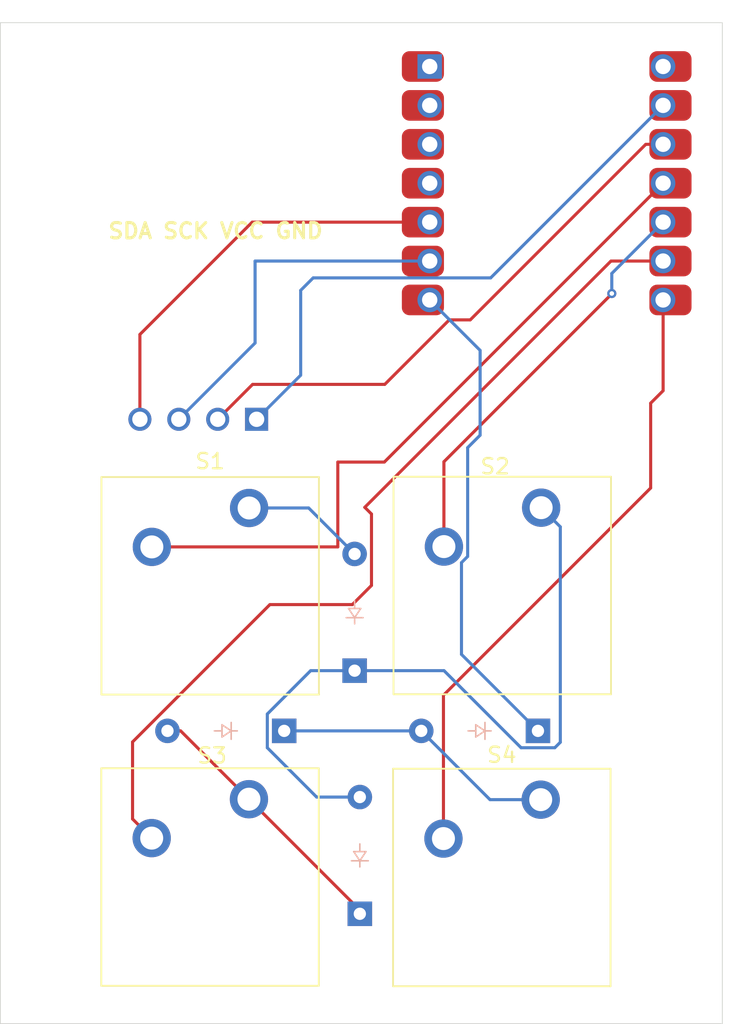
<source format=kicad_pcb>
(kicad_pcb (version 20241229) (generator "pcbnew") (generator_version "9.0")
  (layers (0 "F.Cu" signal) (2 "B.Cu" signal) (13 "F.Paste" user) (15 "B.Paste" user) (5 "F.SilkS" user "F.Silkscreen") (7 "B.SilkS" user "B.Silkscreen") (1 "F.Mask" user) (3 "B.Mask" user) (25 "Edge.Cuts" user))
  (net 0 "")
  (net 1 "Net-(D1-K)")
  (net 2 "Net-(D1-A)")
  (net 3 "Net-(D2-K)")
  (net 4 "Net-(D3-K)")
  (net 5 "Net-(D4-K)")
  (net 6 "GND")
  (net 7 "Net-(J1-VCC)")
  (net 8 "Net-(J1-SDA)")
  (net 9 "Net-(J1-SCL)")
  (net 10 "Net-(U2-PA6_A10_D10_MOSI)")
  (net 11 "Net-(U2-PA5_A9_D9_MISO)")
  (net 12 "Net-(U2-PA7_A8_D8_SCK)")
  (net 13 "Net-(U2-PB09_A7_D7_RX)")
  (footprint "ScottoKeebs_MX:MX_PCB_1.00u" (layer "F.Cu") (at 148.3 107.68)
    (property "Reference" "S4" (at 0 -8 0) (layer "F.SilkS"))
    (property "Value" "~")
    (fp_line (start -7.1 -7.1) (end -7.1 7.1) (stroke (width 0.12)) (layer "F.SilkS"))
    (fp_line (start -7.1 7.1) (end 7.1 7.1) (stroke (width 0.12)) (layer "F.SilkS"))
    (fp_line (start 7.1 -7.1) (end -7.1 -7.1) (stroke (width 0.12)) (layer "F.SilkS"))
    (fp_line (start 7.1 7.1) (end 7.1 -7.1) (stroke (width 0.12)) (layer "F.SilkS"))
    (pad "" np_thru_hole circle (at -5.08 0) (size 1.75 1.75) (drill 1.75) (layers "*.Cu" "*.Mask"))
    (pad "" np_thru_hole circle (at 0 0) (size 4 4) (drill 4) (layers "*.Cu" "*.Mask"))
    (pad "" np_thru_hole circle (at 5.08 0) (size 1.75 1.75) (drill 1.75) (layers "*.Cu" "*.Mask"))
    (pad "1" thru_hole circle (at -3.81 -2.54) (size 2.5 2.5) (drill 1.5) (layers "*.Cu" "*.Mask") (net 13 "Net-(U2-PB09_A7_D7_RX)"))
    (pad "2" thru_hole circle (at 2.54 -5.08) (size 2.5 2.5) (drill 1.5) (layers "*.Cu" "*.Mask") (net 4 "Net-(D3-K)"))
  )
  (footprint "ScottoKeebs_MCU:Seeed_XIAO_RP2040" (layer "F.Cu") (at 151.2125 62.36)
    (property "Reference" "U2" (hide yes))
    (property "Value" "MCU_Seeed_XIAO_RP2040")
    (pad "1" smd roundrect (at -8.065 -7.62) (size 2.75 2) (layers "F.Cu" "F.Mask" "F.Paste"))
    (pad "1" thru_hole rect (at -7.62 -7.62 90) (size 1.6 1.6) (drill 1) (layers "*.Cu" "*.Mask"))
    (pad "2" smd roundrect (at -8.065 -5.08) (size 2.75 2) (layers "F.Cu" "F.Mask" "F.Paste"))
    (pad "2" thru_hole circle (at -7.62 -5.08 90) (size 1.6 1.6) (drill 1) (layers "*.Cu" "*.Mask"))
    (pad "3" smd roundrect (at -8.065 -2.54) (size 2.75 2) (layers "F.Cu" "F.Mask" "F.Paste"))
    (pad "3" thru_hole circle (at -7.62 -2.54 90) (size 1.6 1.6) (drill 1) (layers "*.Cu" "*.Mask"))
    (pad "4" smd roundrect (at -8.065 0) (size 2.75 2) (layers "F.Cu" "F.Mask" "F.Paste"))
    (pad "4" thru_hole circle (at -7.62 0 90) (size 1.6 1.6) (drill 1) (layers "*.Cu" "*.Mask"))
    (pad "5" smd roundrect (at -8.065 2.54) (size 2.75 2) (layers "F.Cu" "F.Mask" "F.Paste") (net 8 "Net-(J1-SDA)"))
    (pad "5" thru_hole circle (at -7.62 2.54 90) (size 1.6 1.6) (drill 1) (layers "*.Cu" "*.Mask") (net 8 "Net-(J1-SDA)"))
    (pad "6" smd roundrect (at -8.065 5.08) (size 2.75 2) (layers "F.Cu" "F.Mask" "F.Paste") (net 9 "Net-(J1-SCL)"))
    (pad "6" thru_hole circle (at -7.62 5.08 90) (size 1.6 1.6) (drill 1) (layers "*.Cu" "*.Mask") (net 9 "Net-(J1-SCL)"))
    (pad "7" smd roundrect (at -8.065 7.62) (size 2.75 2) (layers "F.Cu" "F.Mask" "F.Paste") (net 5 "Net-(D4-K)"))
    (pad "7" thru_hole circle (at -7.62 7.62 90) (size 1.6 1.6) (drill 1) (layers "*.Cu" "*.Mask") (net 5 "Net-(D4-K)"))
    (pad "8" thru_hole circle (at 7.62 7.62 90) (size 1.6 1.6) (drill 1) (layers "*.Cu" "*.Mask") (net 13 "Net-(U2-PB09_A7_D7_RX)"))
    (pad "8" smd roundrect (at 8.1 7.62) (size 2.75 2) (layers "F.Cu" "F.Mask" "F.Paste") (net 13 "Net-(U2-PB09_A7_D7_RX)"))
    (pad "9" thru_hole circle (at 7.62 5.08 90) (size 1.6 1.6) (drill 1) (layers "*.Cu" "*.Mask") (net 12 "Net-(U2-PA7_A8_D8_SCK)"))
    (pad "9" smd roundrect (at 8.1 5.08) (size 2.75 2) (layers "F.Cu" "F.Mask" "F.Paste") (net 12 "Net-(U2-PA7_A8_D8_SCK)"))
    (pad "10" thru_hole circle (at 7.62 2.54 90) (size 1.6 1.6) (drill 1) (layers "*.Cu" "*.Mask") (net 11 "Net-(U2-PA5_A9_D9_MISO)"))
    (pad "10" smd roundrect (at 8.1 2.54) (size 2.75 2) (layers "F.Cu" "F.Mask" "F.Paste") (net 11 "Net-(U2-PA5_A9_D9_MISO)"))
    (pad "11" thru_hole circle (at 7.62 0 90) (size 1.6 1.6) (drill 1) (layers "*.Cu" "*.Mask") (net 10 "Net-(U2-PA6_A10_D10_MOSI)"))
    (pad "11" smd roundrect (at 8.1 0) (size 2.75 2) (layers "F.Cu" "F.Mask" "F.Paste") (net 10 "Net-(U2-PA6_A10_D10_MOSI)"))
    (pad "12" thru_hole circle (at 7.62 -2.54 90) (size 1.6 1.6) (drill 1) (layers "*.Cu" "*.Mask") (net 7 "Net-(J1-VCC)"))
    (pad "12" smd roundrect (at 8.1 -2.54) (size 2.75 2) (layers "F.Cu" "F.Mask" "F.Paste") (net 7 "Net-(J1-VCC)"))
    (pad "13" thru_hole circle (at 7.62 -5.08 90) (size 1.6 1.6) (drill 1) (layers "*.Cu" "*.Mask") (net 6 "GND"))
    (pad "13" smd roundrect (at 8.1 -5.08) (size 2.75 2) (layers "F.Cu" "F.Mask" "F.Paste") (net 6 "GND"))
    (pad "14" thru_hole circle (at 7.62 -7.62 90) (size 1.6 1.6) (drill 1) (layers "*.Cu" "*.Mask"))
    (pad "14" smd roundrect (at 8.1 -7.62) (size 2.75 2) (layers "F.Cu" "F.Mask" "F.Paste"))
  )
  (footprint "ScottoKeebs_MX:MX_PCB_1.00u" (layer "F.Cu") (at 148.33 88.62)
    (property "Reference" "S2" (at -0.46705 -7.775542 0) (layer "F.SilkS"))
    (property "Value" "~")
    (fp_line (start -7.1 -7.1) (end -7.1 7.1) (stroke (width 0.12)) (layer "F.SilkS"))
    (fp_line (start -7.1 7.1) (end 7.1 7.1) (stroke (width 0.12)) (layer "F.SilkS"))
    (fp_line (start 7.1 -7.1) (end -7.1 -7.1) (stroke (width 0.12)) (layer "F.SilkS"))
    (fp_line (start 7.1 7.1) (end 7.1 -7.1) (stroke (width 0.12)) (layer "F.SilkS"))
    (pad "" np_thru_hole circle (at -5.08 0) (size 1.75 1.75) (drill 1.75) (layers "*.Cu" "*.Mask"))
    (pad "" np_thru_hole circle (at 0 0) (size 4 4) (drill 4) (layers "*.Cu" "*.Mask"))
    (pad "" np_thru_hole circle (at 5.08 0) (size 1.75 1.75) (drill 1.75) (layers "*.Cu" "*.Mask"))
    (pad "1" thru_hole circle (at -3.81 -2.54) (size 2.5 2.5) (drill 1.5) (layers "*.Cu" "*.Mask") (net 11 "Net-(U2-PA5_A9_D9_MISO)"))
    (pad "2" thru_hole circle (at 2.54 -5.08) (size 2.5 2.5) (drill 1.5) (layers "*.Cu" "*.Mask") (net 1 "Net-(D1-K)"))
  )
  (footprint "ScottoKeebs_MX:MX_PCB_1.00u" (layer "F.Cu") (at 129.26 88.64)
    (property "Reference" "S1" (at -0.01 -8.13 0) (layer "F.SilkS"))
    (property "Value" "~")
    (fp_line (start -7.1 -7.1) (end -7.1 7.1) (stroke (width 0.12)) (layer "F.SilkS"))
    (fp_line (start -7.1 7.1) (end 7.1 7.1) (stroke (width 0.12)) (layer "F.SilkS"))
    (fp_line (start 7.1 -7.1) (end -7.1 -7.1) (stroke (width 0.12)) (layer "F.SilkS"))
    (fp_line (start 7.1 7.1) (end 7.1 -7.1) (stroke (width 0.12)) (layer "F.SilkS"))
    (pad "" np_thru_hole circle (at -5.08 0) (size 1.75 1.75) (drill 1.75) (layers "*.Cu" "*.Mask"))
    (pad "" np_thru_hole circle (at 0 0) (size 4 4) (drill 4) (layers "*.Cu" "*.Mask"))
    (pad "" np_thru_hole circle (at 5.08 0) (size 1.75 1.75) (drill 1.75) (layers "*.Cu" "*.Mask"))
    (pad "1" thru_hole circle (at -3.81 -2.54) (size 2.5 2.5) (drill 1.5) (layers "*.Cu" "*.Mask") (net 10 "Net-(U2-PA6_A10_D10_MOSI)"))
    (pad "2" thru_hole circle (at 2.54 -5.08) (size 2.5 2.5) (drill 1.5) (layers "*.Cu" "*.Mask") (net 2 "Net-(D1-A)"))
  )
  (footprint "ScottoKeebs_MX:MX_PCB_1.00u" (layer "F.Cu") (at 129.25 107.65)
    (property "Reference" "S3" (at 0.135 -7.925 0) (layer "F.SilkS"))
    (property "Value" "~")
    (fp_line (start -7.1 -7.1) (end -7.1 7.1) (stroke (width 0.12)) (layer "F.SilkS"))
    (fp_line (start -7.1 7.1) (end 7.1 7.1) (stroke (width 0.12)) (layer "F.SilkS"))
    (fp_line (start 7.1 -7.1) (end -7.1 -7.1) (stroke (width 0.12)) (layer "F.SilkS"))
    (fp_line (start 7.1 7.1) (end 7.1 -7.1) (stroke (width 0.12)) (layer "F.SilkS"))
    (pad "" np_thru_hole circle (at -5.08 0) (size 1.75 1.75) (drill 1.75) (layers "*.Cu" "*.Mask"))
    (pad "" np_thru_hole circle (at 0 0) (size 4 4) (drill 4) (layers "*.Cu" "*.Mask"))
    (pad "" np_thru_hole circle (at 5.08 0) (size 1.75 1.75) (drill 1.75) (layers "*.Cu" "*.Mask"))
    (pad "1" thru_hole circle (at -3.81 -2.54) (size 2.5 2.5) (drill 1.5) (layers "*.Cu" "*.Mask") (net 12 "Net-(U2-PA7_A8_D8_SCK)"))
    (pad "2" thru_hole circle (at 2.54 -5.08) (size 2.5 2.5) (drill 1.5) (layers "*.Cu" "*.Mask") (net 3 "Net-(D2-K)"))
  )
  (footprint "ScottoKeebs_Components:OLED_128x64" (layer "F.Cu") (at 128.48 65.77)
    (property "Reference" "J1" (hide yes))
    (property "Value" "OLED_128x64" (hide yes))
    (fp_text user "SDA SCK VCC GND" (at 1.13 -0.88 0) (layer "F.SilkS") (effects (font (thickness 0.2) (bold yes)) (justify top)))
    (pad "" np_thru_hole circle (at -10.50445 -11.5 180) (size 2.2 2.2) (drill 2.2) (layers "*.Cu" "*.Mask"))
    (pad "" np_thru_hole circle (at -10.50445 11.5 180) (size 2.2 2.2) (drill 2.2) (layers "*.Cu" "*.Mask"))
    (pad "" np_thru_hole circle (at 10.5 -11.5 180) (size 2.2 2.2) (drill 2.2) (layers "*.Cu" "*.Mask"))
    (pad "" np_thru_hole circle (at 10.5 11.5 180) (size 2.2 2.2) (drill 2.2) (layers "*.Cu" "*.Mask"))
    (pad "1" thru_hole rect (at 3.81 12 180) (size 1.508 1.508) (drill 1) (layers "*.Cu" "*.Mask") (net 6 "GND"))
    (pad "2" thru_hole circle (at 1.27 12 180) (size 1.508 1.508) (drill 1) (layers "*.Cu" "*.Mask") (net 7 "Net-(J1-VCC)"))
    (pad "3" thru_hole circle (at -1.27 12 180) (size 1.508 1.508) (drill 1) (layers "*.Cu" "*.Mask") (net 9 "Net-(J1-SCL)"))
    (pad "4" thru_hole circle (at -3.81 12 180) (size 1.508 1.508) (drill 1) (layers "*.Cu" "*.Mask") (net 8 "Net-(J1-SDA)"))
  )
  (footprint "ScottoKeebs_Components:Diode_DO-35" (layer "B.Cu") (at 139.03 110.05 90)
    (property "Reference" "D2" (hide yes))
    (property "Value" "~" (hide yes))
    (fp_line (start 4.06 -0.4) (end 3.46 0) (stroke (width 0.1)) (layer "B.SilkS"))
    (fp_line (start 4.06 0) (end 4.56 0) (stroke (width 0.1)) (layer "B.SilkS"))
    (fp_line (start 3.46 0) (end 4.06 0.4) (stroke (width 0.1)) (layer "B.SilkS"))
    (fp_line (start 3.06 0) (end 3.46 0) (stroke (width 0.1)) (layer "B.SilkS"))
    (fp_line (start 4.06 0.4) (end 4.06 -0.4) (stroke (width 0.1)) (layer "B.SilkS"))
    (fp_line (start 3.46 0.55) (end 3.46 -0.55) (stroke (width 0.1)) (layer "B.SilkS"))
    (pad "1" thru_hole rect (at 0 0 90) (size 1.6 1.6) (drill 0.8) (layers "*.Cu" "*.Mask") (net 3 "Net-(D2-K)"))
    (pad "2" thru_hole oval (at 7.62 0 90) (size 1.6 1.6) (drill 0.8) (layers "*.Cu" "*.Mask") (net 1 "Net-(D1-K)"))
  )
  (footprint "ScottoKeebs_Components:Diode_DO-35" (layer "B.Cu") (at 150.66 98.11 180)
    (property "Reference" "D4" (hide yes))
    (property "Value" "~" (hide yes))
    (fp_line (start 4.06 0.4) (end 4.06 -0.4) (stroke (width 0.1)) (layer "B.SilkS"))
    (fp_line (start 4.06 0) (end 4.56 0) (stroke (width 0.1)) (layer "B.SilkS"))
    (fp_line (start 4.06 -0.4) (end 3.46 0) (stroke (width 0.1)) (layer "B.SilkS"))
    (fp_line (start 3.46 0.55) (end 3.46 -0.55) (stroke (width 0.1)) (layer "B.SilkS"))
    (fp_line (start 3.46 0) (end 4.06 0.4) (stroke (width 0.1)) (layer "B.SilkS"))
    (fp_line (start 3.06 0) (end 3.46 0) (stroke (width 0.1)) (layer "B.SilkS"))
    (pad "1" thru_hole rect (at 0 0 180) (size 1.6 1.6) (drill 0.8) (layers "*.Cu" "*.Mask") (net 5 "Net-(D4-K)"))
    (pad "2" thru_hole oval (at 7.62 0 180) (size 1.6 1.6) (drill 0.8) (layers "*.Cu" "*.Mask") (net 4 "Net-(D3-K)"))
  )
  (footprint "ScottoKeebs_Components:Diode_DO-35" (layer "B.Cu") (at 138.69 94.18 90)
    (property "Reference" "D1" (hide yes))
    (property "Value" "~" (hide yes))
    (fp_line (start 4.06 -0.4) (end 3.46 0) (stroke (width 0.1)) (layer "B.SilkS"))
    (fp_line (start 4.06 0) (end 4.56 0) (stroke (width 0.1)) (layer "B.SilkS"))
    (fp_line (start 3.46 0) (end 4.06 0.4) (stroke (width 0.1)) (layer "B.SilkS"))
    (fp_line (start 3.06 0) (end 3.46 0) (stroke (width 0.1)) (layer "B.SilkS"))
    (fp_line (start 4.06 0.4) (end 4.06 -0.4) (stroke (width 0.1)) (layer "B.SilkS"))
    (fp_line (start 3.46 0.55) (end 3.46 -0.55) (stroke (width 0.1)) (layer "B.SilkS"))
    (pad "1" thru_hole rect (at 0 0 90) (size 1.6 1.6) (drill 0.8) (layers "*.Cu" "*.Mask") (net 1 "Net-(D1-K)"))
    (pad "2" thru_hole oval (at 7.62 0 90) (size 1.6 1.6) (drill 0.8) (layers "*.Cu" "*.Mask") (net 2 "Net-(D1-A)"))
  )
  (footprint "ScottoKeebs_Components:Diode_DO-35" (layer "B.Cu") (at 134.09 98.11 180)
    (property "Reference" "D3" (hide yes))
    (property "Value" "~" (hide yes))
    (fp_line (start 4.06 0.4) (end 4.06 -0.4) (stroke (width 0.1)) (layer "B.SilkS"))
    (fp_line (start 4.06 0) (end 4.56 0) (stroke (width 0.1)) (layer "B.SilkS"))
    (fp_line (start 4.06 -0.4) (end 3.46 0) (stroke (width 0.1)) (layer "B.SilkS"))
    (fp_line (start 3.46 0.55) (end 3.46 -0.55) (stroke (width 0.1)) (layer "B.SilkS"))
    (fp_line (start 3.46 0) (end 4.06 0.4) (stroke (width 0.1)) (layer "B.SilkS"))
    (fp_line (start 3.06 0) (end 3.46 0) (stroke (width 0.1)) (layer "B.SilkS"))
    (pad "1" thru_hole rect (at 0 0 180) (size 1.6 1.6) (drill 0.8) (layers "*.Cu" "*.Mask") (net 4 "Net-(D3-K)"))
    (pad "2" thru_hole oval (at 7.62 0 180) (size 1.6 1.6) (drill 0.8) (layers "*.Cu" "*.Mask") (net 3 "Net-(D2-K)"))
  )
  (gr_rect (start 115.56 51.88) (end 162.7 117.22) (stroke (width 0.05)) (fill no) (layer "Edge.Cuts"))
  (segment (start 132.989 97.009) (end 135.818 94.18) (width 0.2) (layer "B.Cu") (net 1))
  (segment (start 152.119999 98.852001) (end 152.119999 84.789999) (width 0.2) (layer "B.Cu") (net 1))
  (segment (start 151.761 99.211) (end 152.119999 98.852001) (width 0.2) (layer "B.Cu") (net 1))
  (segment (start 136.208 102.43) (end 132.989 99.211) (width 0.2) (layer "B.Cu") (net 1))
  (segment (start 149.559 99.211) (end 151.761 99.211) (width 0.2) (layer "B.Cu") (net 1))
  (segment (start 152.119999 84.789999) (end 150.87 83.54) (width 0.2) (layer "B.Cu") (net 1))
  (segment (start 144.528 94.18) (end 149.559 99.211) (width 0.2) (layer "B.Cu") (net 1))
  (segment (start 132.989 99.211) (end 132.989 97.009) (width 0.2) (layer "B.Cu") (net 1))
  (segment (start 138.69 94.18) (end 144.528 94.18) (width 0.2) (layer "B.Cu") (net 1))
  (segment (start 135.818 94.18) (end 138.69 94.18) (width 0.2) (layer "B.Cu") (net 1))
  (segment (start 139.03 102.43) (end 136.208 102.43) (width 0.2) (layer "B.Cu") (net 1))
  (segment (start 131.8 83.56) (end 135.69 83.56) (width 0.2) (layer "B.Cu") (net 2))
  (segment (start 135.69 83.56) (end 138.69 86.56) (width 0.2) (layer "B.Cu") (net 2))
  (segment (start 127.33 98.11) (end 126.47 98.11) (width 0.2) (layer "F.Cu") (net 3))
  (segment (start 131.79 102.57) (end 127.33 98.11) (width 0.2) (layer "F.Cu") (net 3))
  (segment (start 139.03 109.81) (end 131.79 102.57) (width 0.2) (layer "F.Cu") (net 3))
  (segment (start 139.03 110.05) (end 139.03 109.81) (width 0.2) (layer "F.Cu") (net 3))
  (segment (start 150.84 102.6) (end 147.53 102.6) (width 0.2) (layer "B.Cu") (net 4))
  (segment (start 143.04 98.11) (end 134.09 98.11) (width 0.2) (layer "B.Cu") (net 4))
  (segment (start 147.53 102.6) (end 143.04 98.11) (width 0.2) (layer "B.Cu") (net 4))
  (segment (start 146.071 86.722446) (end 146.071 79.621) (width 0.2) (layer "B.Cu") (net 5))
  (segment (start 146.8835 73.271) (end 146.8835 78.8085) (width 0.2) (layer "B.Cu") (net 5))
  (segment (start 146.8835 78.8085) (end 146.071 79.621) (width 0.2) (layer "B.Cu") (net 5))
  (segment (start 150.66 98.11) (end 145.666723 93.116723) (width 0.2) (layer "B.Cu") (net 5))
  (segment (start 146.8835 73.271) (end 143.5925 69.98) (width 0.2) (layer "B.Cu") (net 5))
  (segment (start 145.666723 87.126723) (end 146.071 86.722446) (width 0.2) (layer "B.Cu") (net 5))
  (segment (start 145.666723 93.116723) (end 145.666723 87.126723) (width 0.2) (layer "B.Cu") (net 5))
  (segment (start 135.9815 68.541) (end 147.5715 68.541) (width 0.2) (layer "B.Cu") (net 6))
  (segment (start 132.29 77.77) (end 135.169 74.891) (width 0.2) (layer "B.Cu") (net 6))
  (segment (start 147.5715 68.541) (end 158.8325 57.28) (width 0.2) (layer "B.Cu") (net 6))
  (segment (start 135.169 74.891) (end 135.169 69.3535) (width 0.2) (layer "B.Cu") (net 6))
  (segment (start 135.169 69.3535) (end 135.9815 68.541) (width 0.2) (layer "B.Cu") (net 6))
  (segment (start 146.24013 71.281) (end 144.868942 71.281) (width 0.2) (layer "F.Cu") (net 7))
  (segment (start 132.029058 75.490942) (end 140.659 75.490942) (width 0.2) (layer "F.Cu") (net 7))
  (segment (start 157.70113 59.82) (end 158.8325 59.82) (width 0.2) (layer "F.Cu") (net 7))
  (segment (start 144.868942 71.281) (end 140.659 75.490942) (width 0.2) (layer "F.Cu") (net 7))
  (segment (start 146.24013 71.281) (end 157.70113 59.82) (width 0.2) (layer "F.Cu") (net 7))
  (segment (start 129.75 77.77) (end 132.029058 75.490942) (width 0.2) (layer "F.Cu") (net 7))
  (segment (start 143.5925 64.9) (end 132.0025 64.9) (width 0.2) (layer "F.Cu") (net 8))
  (segment (start 124.67 72.2325) (end 124.67 77.77) (width 0.2) (layer "F.Cu") (net 8))
  (segment (start 132.0025 64.9) (end 124.67 72.2325) (width 0.2) (layer "F.Cu") (net 8))
  (segment (start 132.19 72.79) (end 127.21 77.77) (width 0.2) (layer "B.Cu") (net 9))
  (segment (start 132.19 67.44) (end 143.5925 67.44) (width 0.2) (layer "B.Cu") (net 9))
  (segment (start 132.19 67.44) (end 132.19 72.79) (width 0.2) (layer "B.Cu") (net 9))
  (segment (start 137.59295 80.5625) (end 140.63 80.5625) (width 0.2) (layer "F.Cu") (net 10))
  (segment (start 137.59295 86.1) (end 137.59295 80.5625) (width 0.2) (layer "F.Cu") (net 10))
  (segment (start 125.45 86.1) (end 137.59295 86.1) (width 0.2) (layer "F.Cu") (net 10))
  (segment (start 140.63 80.5625) (end 158.8325 62.36) (width 0.2) (layer "F.Cu") (net 10))
  (segment (start 144.52 80.5425) (end 155.4825 69.58) (width 0.2) (layer "F.Cu") (net 11))
  (segment (start 144.52 86.08) (end 144.52 80.5425) (width 0.2) (layer "F.Cu") (net 11))
  (segment (start 155.4825 69.58) (end 155.4825 69.56) (width 0.2) (layer "F.Cu") (net 11))
  (via (at 155.4825 69.56) (size 0.6) (drill 0.3) (layers "F.Cu" "B.Cu") (net 11))
  (segment (start 155.4825 69.56) (end 155.4825 68.25) (width 0.2) (layer "B.Cu") (net 11))
  (segment (start 155.4825 68.25) (end 158.8325 64.9) (width 0.2) (layer "B.Cu") (net 11))
  (segment (start 139.353054 83.516) (end 139.791 83.953946) (width 0.2) (layer "F.Cu") (net 12))
  (segment (start 124.190001 98.832949) (end 133.15695 89.866) (width 0.2) (layer "F.Cu") (net 12))
  (segment (start 125.44 105.11) (end 124.190001 103.860001) (width 0.2) (layer "F.Cu") (net 12))
  (segment (start 139.353054 83.516) (end 155.429054 67.44) (width 0.2) (layer "F.Cu") (net 12))
  (segment (start 155.429054 67.44) (end 158.8325 67.44) (width 0.2) (layer "F.Cu") (net 12))
  (segment (start 133.15695 89.866) (end 138.540554 89.866) (width 0.2) (layer "F.Cu") (net 12))
  (segment (start 139.791 83.953946) (end 139.791 88.615554) (width 0.2) (layer "F.Cu") (net 12))
  (segment (start 124.190001 103.860001) (end 124.190001 98.832949) (width 0.2) (layer "F.Cu") (net 12))
  (segment (start 139.791 88.615554) (end 138.540554 89.866) (width 0.2) (layer "F.Cu") (net 12))
  (segment (start 144.49 105.14) (end 144.49 95.784816) (width 0.2) (layer "F.Cu") (net 13))
  (segment (start 144.49 95.784816) (end 158.02 82.254816) (width 0.2) (layer "F.Cu") (net 13))
  (segment (start 158.02 76.717316) (end 158.02 82.254816) (width 0.2) (layer "F.Cu") (net 13))
  (segment (start 158.8325 75.904816) (end 158.8325 69.98) (width 0.2) (layer "F.Cu") (net 13))
  (segment (start 158.8325 75.904816) (end 158.02 76.717316) (width 0.2) (layer "F.Cu") (net 13))
)
</source>
